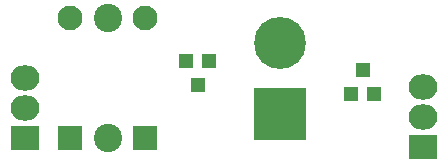
<source format=gbr>
G04 #@! TF.FileFunction,Soldermask,Top*
%FSLAX46Y46*%
G04 Gerber Fmt 4.6, Leading zero omitted, Abs format (unit mm)*
G04 Created by KiCad (PCBNEW 4.0.2-stable) date 9/4/2016 3:00:48 AM*
%MOMM*%
G01*
G04 APERTURE LIST*
%ADD10C,0.100000*%
%ADD11C,2.099260*%
%ADD12R,2.099260X2.099260*%
%ADD13R,1.200100X1.200100*%
%ADD14C,2.398980*%
%ADD15C,4.400000*%
%ADD16R,4.400000X4.400000*%
%ADD17R,2.432000X2.127200*%
%ADD18O,2.432000X2.127200*%
G04 APERTURE END LIST*
D10*
D11*
X130810000Y-99060000D03*
D12*
X130810000Y-109220000D03*
D11*
X137160000Y-99060000D03*
D12*
X137160000Y-109220000D03*
D13*
X142555000Y-102776020D03*
X140655000Y-102776020D03*
X141605000Y-104775000D03*
X154625000Y-105503980D03*
X156525000Y-105503980D03*
X155575000Y-103505000D03*
D14*
X133985000Y-109220000D03*
X133985000Y-99060000D03*
D15*
X148590000Y-101220000D03*
D16*
X148590000Y-107220000D03*
D17*
X127000000Y-109220000D03*
D18*
X127000000Y-106680000D03*
X127000000Y-104140000D03*
D17*
X160655000Y-109982000D03*
D18*
X160655000Y-107442000D03*
X160655000Y-104902000D03*
M02*

</source>
